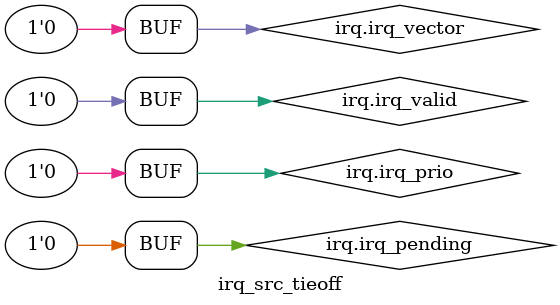
<source format=sv>

module irq_src_tieoff (
    irq_if.src irq
);
  assign irq.irq_valid   = 1'b0;
  assign irq.irq_vector  = '0;
  assign irq.irq_prio    = '0;
  assign irq.irq_pending = '0;

endmodule : irq_src_tieoff


</source>
